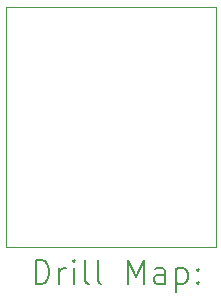
<source format=gbr>
%TF.GenerationSoftware,KiCad,Pcbnew,(6.0.8)*%
%TF.CreationDate,2022-11-06T23:41:42+01:00*%
%TF.ProjectId,17_CAN_Controller,31375f43-414e-45f4-936f-6e74726f6c6c,rev?*%
%TF.SameCoordinates,Original*%
%TF.FileFunction,Drillmap*%
%TF.FilePolarity,Positive*%
%FSLAX45Y45*%
G04 Gerber Fmt 4.5, Leading zero omitted, Abs format (unit mm)*
G04 Created by KiCad (PCBNEW (6.0.8)) date 2022-11-06 23:41:42*
%MOMM*%
%LPD*%
G01*
G04 APERTURE LIST*
%ADD10C,0.050000*%
%ADD11C,0.200000*%
G04 APERTURE END LIST*
D10*
X10287000Y-8255000D02*
X12065000Y-8255000D01*
X10287000Y-6223000D02*
X12065000Y-6223000D01*
X10287000Y-8255000D02*
X10287000Y-6223000D01*
X12065000Y-6223000D02*
X12065000Y-8255000D01*
D11*
X10542119Y-8567976D02*
X10542119Y-8367976D01*
X10589738Y-8367976D01*
X10618310Y-8377500D01*
X10637357Y-8396548D01*
X10646881Y-8415595D01*
X10656405Y-8453690D01*
X10656405Y-8482262D01*
X10646881Y-8520357D01*
X10637357Y-8539405D01*
X10618310Y-8558452D01*
X10589738Y-8567976D01*
X10542119Y-8567976D01*
X10742119Y-8567976D02*
X10742119Y-8434643D01*
X10742119Y-8472738D02*
X10751643Y-8453690D01*
X10761167Y-8444167D01*
X10780214Y-8434643D01*
X10799262Y-8434643D01*
X10865929Y-8567976D02*
X10865929Y-8434643D01*
X10865929Y-8367976D02*
X10856405Y-8377500D01*
X10865929Y-8387024D01*
X10875452Y-8377500D01*
X10865929Y-8367976D01*
X10865929Y-8387024D01*
X10989738Y-8567976D02*
X10970690Y-8558452D01*
X10961167Y-8539405D01*
X10961167Y-8367976D01*
X11094500Y-8567976D02*
X11075452Y-8558452D01*
X11065929Y-8539405D01*
X11065929Y-8367976D01*
X11323071Y-8567976D02*
X11323071Y-8367976D01*
X11389738Y-8510833D01*
X11456405Y-8367976D01*
X11456405Y-8567976D01*
X11637357Y-8567976D02*
X11637357Y-8463214D01*
X11627833Y-8444167D01*
X11608786Y-8434643D01*
X11570690Y-8434643D01*
X11551643Y-8444167D01*
X11637357Y-8558452D02*
X11618309Y-8567976D01*
X11570690Y-8567976D01*
X11551643Y-8558452D01*
X11542119Y-8539405D01*
X11542119Y-8520357D01*
X11551643Y-8501310D01*
X11570690Y-8491786D01*
X11618309Y-8491786D01*
X11637357Y-8482262D01*
X11732595Y-8434643D02*
X11732595Y-8634643D01*
X11732595Y-8444167D02*
X11751643Y-8434643D01*
X11789738Y-8434643D01*
X11808786Y-8444167D01*
X11818309Y-8453690D01*
X11827833Y-8472738D01*
X11827833Y-8529881D01*
X11818309Y-8548929D01*
X11808786Y-8558452D01*
X11789738Y-8567976D01*
X11751643Y-8567976D01*
X11732595Y-8558452D01*
X11913548Y-8548929D02*
X11923071Y-8558452D01*
X11913548Y-8567976D01*
X11904024Y-8558452D01*
X11913548Y-8548929D01*
X11913548Y-8567976D01*
X11913548Y-8444167D02*
X11923071Y-8453690D01*
X11913548Y-8463214D01*
X11904024Y-8453690D01*
X11913548Y-8444167D01*
X11913548Y-8463214D01*
M02*

</source>
